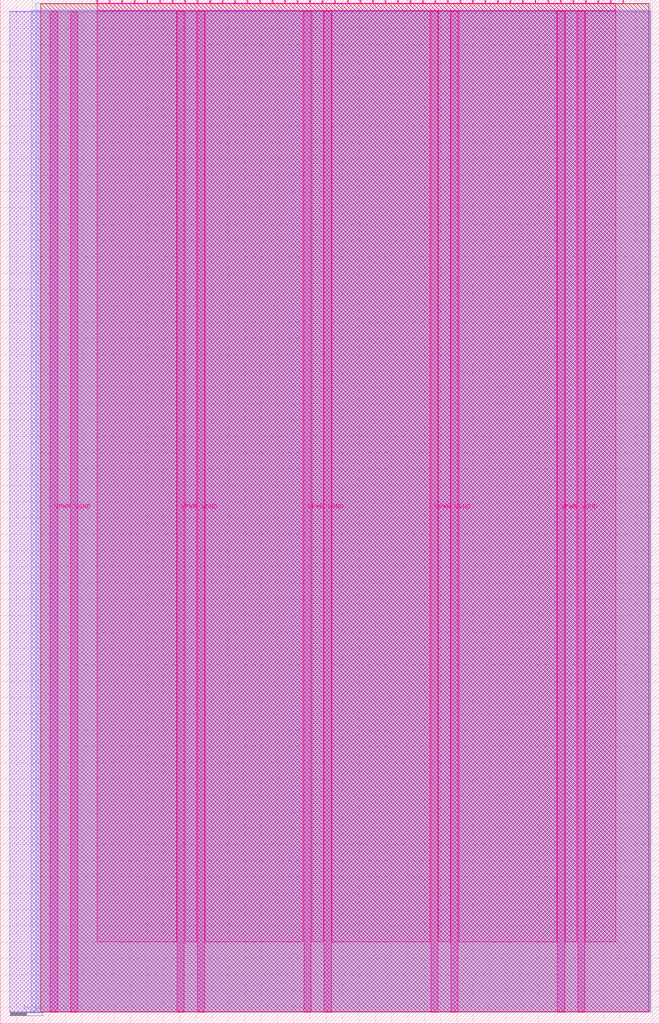
<source format=lef>
VERSION 5.7 ;
  NOWIREEXTENSIONATPIN ON ;
  DIVIDERCHAR "/" ;
  BUSBITCHARS "[]" ;
MACRO tt_um_strau0106_simple_viii
  CLASS BLOCK ;
  FOREIGN tt_um_strau0106_simple_viii ;
  ORIGIN 0.000 0.000 ;
  SIZE 202.080 BY 313.740 ;
  PIN VGND
    DIRECTION INOUT ;
    USE GROUND ;
    PORT
      LAYER Metal5 ;
        RECT 21.580 3.560 23.780 310.180 ;
    END
    PORT
      LAYER Metal5 ;
        RECT 60.450 3.560 62.650 310.180 ;
    END
    PORT
      LAYER Metal5 ;
        RECT 99.320 3.560 101.520 310.180 ;
    END
    PORT
      LAYER Metal5 ;
        RECT 138.190 3.560 140.390 310.180 ;
    END
    PORT
      LAYER Metal5 ;
        RECT 177.060 3.560 179.260 310.180 ;
    END
  END VGND
  PIN VPWR
    DIRECTION INOUT ;
    USE POWER ;
    PORT
      LAYER Metal5 ;
        RECT 15.380 3.560 17.580 310.180 ;
    END
    PORT
      LAYER Metal5 ;
        RECT 54.250 3.560 56.450 310.180 ;
    END
    PORT
      LAYER Metal5 ;
        RECT 93.120 3.560 95.320 310.180 ;
    END
    PORT
      LAYER Metal5 ;
        RECT 131.990 3.560 134.190 310.180 ;
    END
    PORT
      LAYER Metal5 ;
        RECT 170.860 3.560 173.060 310.180 ;
    END
  END VPWR
  PIN clk
    DIRECTION INPUT ;
    USE SIGNAL ;
    ANTENNAGATEAREA 0.213200 ;
    PORT
      LAYER Metal5 ;
        RECT 187.050 312.740 187.350 313.740 ;
    END
  END clk
  PIN ena
    DIRECTION INPUT ;
    USE SIGNAL ;
    PORT
      LAYER Metal5 ;
        RECT 190.890 312.740 191.190 313.740 ;
    END
  END ena
  PIN rst_n
    DIRECTION INPUT ;
    USE SIGNAL ;
    ANTENNAGATEAREA 0.741000 ;
    PORT
      LAYER Metal5 ;
        RECT 183.210 312.740 183.510 313.740 ;
    END
  END rst_n
  PIN ui_in[0]
    DIRECTION INPUT ;
    USE SIGNAL ;
    ANTENNAGATEAREA 0.180700 ;
    PORT
      LAYER Metal5 ;
        RECT 179.370 312.740 179.670 313.740 ;
    END
  END ui_in[0]
  PIN ui_in[1]
    DIRECTION INPUT ;
    USE SIGNAL ;
    ANTENNAGATEAREA 0.180700 ;
    PORT
      LAYER Metal5 ;
        RECT 175.530 312.740 175.830 313.740 ;
    END
  END ui_in[1]
  PIN ui_in[2]
    DIRECTION INPUT ;
    USE SIGNAL ;
    ANTENNAGATEAREA 0.180700 ;
    PORT
      LAYER Metal5 ;
        RECT 171.690 312.740 171.990 313.740 ;
    END
  END ui_in[2]
  PIN ui_in[3]
    DIRECTION INPUT ;
    USE SIGNAL ;
    ANTENNAGATEAREA 0.180700 ;
    PORT
      LAYER Metal5 ;
        RECT 167.850 312.740 168.150 313.740 ;
    END
  END ui_in[3]
  PIN ui_in[4]
    DIRECTION INPUT ;
    USE SIGNAL ;
    ANTENNAGATEAREA 0.180700 ;
    PORT
      LAYER Metal5 ;
        RECT 164.010 312.740 164.310 313.740 ;
    END
  END ui_in[4]
  PIN ui_in[5]
    DIRECTION INPUT ;
    USE SIGNAL ;
    ANTENNAGATEAREA 0.180700 ;
    PORT
      LAYER Metal5 ;
        RECT 160.170 312.740 160.470 313.740 ;
    END
  END ui_in[5]
  PIN ui_in[6]
    DIRECTION INPUT ;
    USE SIGNAL ;
    PORT
      LAYER Metal5 ;
        RECT 156.330 312.740 156.630 313.740 ;
    END
  END ui_in[6]
  PIN ui_in[7]
    DIRECTION INPUT ;
    USE SIGNAL ;
    PORT
      LAYER Metal5 ;
        RECT 152.490 312.740 152.790 313.740 ;
    END
  END ui_in[7]
  PIN uio_in[0]
    DIRECTION INPUT ;
    USE SIGNAL ;
    PORT
      LAYER Metal5 ;
        RECT 148.650 312.740 148.950 313.740 ;
    END
  END uio_in[0]
  PIN uio_in[1]
    DIRECTION INPUT ;
    USE SIGNAL ;
    ANTENNAGATEAREA 0.213200 ;
    PORT
      LAYER Metal5 ;
        RECT 144.810 312.740 145.110 313.740 ;
    END
  END uio_in[1]
  PIN uio_in[2]
    DIRECTION INPUT ;
    USE SIGNAL ;
    ANTENNAGATEAREA 0.213200 ;
    PORT
      LAYER Metal5 ;
        RECT 140.970 312.740 141.270 313.740 ;
    END
  END uio_in[2]
  PIN uio_in[3]
    DIRECTION INPUT ;
    USE SIGNAL ;
    PORT
      LAYER Metal5 ;
        RECT 137.130 312.740 137.430 313.740 ;
    END
  END uio_in[3]
  PIN uio_in[4]
    DIRECTION INPUT ;
    USE SIGNAL ;
    ANTENNAGATEAREA 0.180700 ;
    PORT
      LAYER Metal5 ;
        RECT 133.290 312.740 133.590 313.740 ;
    END
  END uio_in[4]
  PIN uio_in[5]
    DIRECTION INPUT ;
    USE SIGNAL ;
    ANTENNAGATEAREA 0.213200 ;
    PORT
      LAYER Metal5 ;
        RECT 129.450 312.740 129.750 313.740 ;
    END
  END uio_in[5]
  PIN uio_in[6]
    DIRECTION INPUT ;
    USE SIGNAL ;
    PORT
      LAYER Metal5 ;
        RECT 125.610 312.740 125.910 313.740 ;
    END
  END uio_in[6]
  PIN uio_in[7]
    DIRECTION INPUT ;
    USE SIGNAL ;
    PORT
      LAYER Metal5 ;
        RECT 121.770 312.740 122.070 313.740 ;
    END
  END uio_in[7]
  PIN uio_oe[0]
    DIRECTION OUTPUT ;
    USE SIGNAL ;
    ANTENNADIFFAREA 0.706800 ;
    PORT
      LAYER Metal5 ;
        RECT 56.490 312.740 56.790 313.740 ;
    END
  END uio_oe[0]
  PIN uio_oe[1]
    DIRECTION OUTPUT ;
    USE SIGNAL ;
    ANTENNADIFFAREA 0.654800 ;
    PORT
      LAYER Metal5 ;
        RECT 52.650 312.740 52.950 313.740 ;
    END
  END uio_oe[1]
  PIN uio_oe[2]
    DIRECTION OUTPUT ;
    USE SIGNAL ;
    ANTENNADIFFAREA 0.654800 ;
    PORT
      LAYER Metal5 ;
        RECT 48.810 312.740 49.110 313.740 ;
    END
  END uio_oe[2]
  PIN uio_oe[3]
    DIRECTION OUTPUT ;
    USE SIGNAL ;
    ANTENNADIFFAREA 0.654800 ;
    PORT
      LAYER Metal5 ;
        RECT 44.970 312.740 45.270 313.740 ;
    END
  END uio_oe[3]
  PIN uio_oe[4]
    DIRECTION OUTPUT ;
    USE SIGNAL ;
    ANTENNADIFFAREA 0.654800 ;
    PORT
      LAYER Metal5 ;
        RECT 41.130 312.740 41.430 313.740 ;
    END
  END uio_oe[4]
  PIN uio_oe[5]
    DIRECTION OUTPUT ;
    USE SIGNAL ;
    ANTENNAGATEAREA 0.542100 ;
    ANTENNADIFFAREA 0.632400 ;
    PORT
      LAYER Metal5 ;
        RECT 37.290 312.740 37.590 313.740 ;
    END
  END uio_oe[5]
  PIN uio_oe[6]
    DIRECTION OUTPUT ;
    USE SIGNAL ;
    ANTENNADIFFAREA 0.706800 ;
    PORT
      LAYER Metal5 ;
        RECT 33.450 312.740 33.750 313.740 ;
    END
  END uio_oe[6]
  PIN uio_oe[7]
    DIRECTION OUTPUT ;
    USE SIGNAL ;
    ANTENNADIFFAREA 0.706800 ;
    PORT
      LAYER Metal5 ;
        RECT 29.610 312.740 29.910 313.740 ;
    END
  END uio_oe[7]
  PIN uio_out[0]
    DIRECTION OUTPUT ;
    USE SIGNAL ;
    ANTENNADIFFAREA 0.706800 ;
    PORT
      LAYER Metal5 ;
        RECT 87.210 312.740 87.510 313.740 ;
    END
  END uio_out[0]
  PIN uio_out[1]
    DIRECTION OUTPUT ;
    USE SIGNAL ;
    ANTENNADIFFAREA 0.988000 ;
    PORT
      LAYER Metal5 ;
        RECT 83.370 312.740 83.670 313.740 ;
    END
  END uio_out[1]
  PIN uio_out[2]
    DIRECTION OUTPUT ;
    USE SIGNAL ;
    ANTENNADIFFAREA 1.124800 ;
    PORT
      LAYER Metal5 ;
        RECT 79.530 312.740 79.830 313.740 ;
    END
  END uio_out[2]
  PIN uio_out[3]
    DIRECTION OUTPUT ;
    USE SIGNAL ;
    ANTENNADIFFAREA 0.706800 ;
    PORT
      LAYER Metal5 ;
        RECT 75.690 312.740 75.990 313.740 ;
    END
  END uio_out[3]
  PIN uio_out[4]
    DIRECTION OUTPUT ;
    USE SIGNAL ;
    ANTENNADIFFAREA 0.677200 ;
    PORT
      LAYER Metal5 ;
        RECT 71.850 312.740 72.150 313.740 ;
    END
  END uio_out[4]
  PIN uio_out[5]
    DIRECTION OUTPUT ;
    USE SIGNAL ;
    ANTENNADIFFAREA 1.135700 ;
    PORT
      LAYER Metal5 ;
        RECT 68.010 312.740 68.310 313.740 ;
    END
  END uio_out[5]
  PIN uio_out[6]
    DIRECTION OUTPUT ;
    USE SIGNAL ;
    ANTENNADIFFAREA 0.706800 ;
    PORT
      LAYER Metal5 ;
        RECT 64.170 312.740 64.470 313.740 ;
    END
  END uio_out[6]
  PIN uio_out[7]
    DIRECTION OUTPUT ;
    USE SIGNAL ;
    ANTENNADIFFAREA 0.299200 ;
    PORT
      LAYER Metal5 ;
        RECT 60.330 312.740 60.630 313.740 ;
    END
  END uio_out[7]
  PIN uo_out[0]
    DIRECTION OUTPUT ;
    USE SIGNAL ;
    ANTENNAGATEAREA 0.322400 ;
    ANTENNADIFFAREA 0.632400 ;
    PORT
      LAYER Metal5 ;
        RECT 117.930 312.740 118.230 313.740 ;
    END
  END uo_out[0]
  PIN uo_out[1]
    DIRECTION OUTPUT ;
    USE SIGNAL ;
    ANTENNAGATEAREA 0.322400 ;
    ANTENNADIFFAREA 0.632400 ;
    PORT
      LAYER Metal5 ;
        RECT 114.090 312.740 114.390 313.740 ;
    END
  END uo_out[1]
  PIN uo_out[2]
    DIRECTION OUTPUT ;
    USE SIGNAL ;
    ANTENNAGATEAREA 1.261000 ;
    ANTENNADIFFAREA 0.632400 ;
    PORT
      LAYER Metal5 ;
        RECT 110.250 312.740 110.550 313.740 ;
    END
  END uo_out[2]
  PIN uo_out[3]
    DIRECTION OUTPUT ;
    USE SIGNAL ;
    ANTENNAGATEAREA 0.109200 ;
    ANTENNADIFFAREA 0.632400 ;
    PORT
      LAYER Metal5 ;
        RECT 106.410 312.740 106.710 313.740 ;
    END
  END uo_out[3]
  PIN uo_out[4]
    DIRECTION OUTPUT ;
    USE SIGNAL ;
    ANTENNAGATEAREA 0.109200 ;
    ANTENNADIFFAREA 0.632400 ;
    PORT
      LAYER Metal5 ;
        RECT 102.570 312.740 102.870 313.740 ;
    END
  END uo_out[4]
  PIN uo_out[5]
    DIRECTION OUTPUT ;
    USE SIGNAL ;
    ANTENNAGATEAREA 0.592800 ;
    ANTENNADIFFAREA 0.632400 ;
    PORT
      LAYER Metal5 ;
        RECT 98.730 312.740 99.030 313.740 ;
    END
  END uo_out[5]
  PIN uo_out[6]
    DIRECTION OUTPUT ;
    USE SIGNAL ;
    ANTENNAGATEAREA 0.564200 ;
    ANTENNADIFFAREA 0.632400 ;
    PORT
      LAYER Metal5 ;
        RECT 94.890 312.740 95.190 313.740 ;
    END
  END uo_out[6]
  PIN uo_out[7]
    DIRECTION OUTPUT ;
    USE SIGNAL ;
    ANTENNAGATEAREA 0.564200 ;
    ANTENNADIFFAREA 0.632400 ;
    PORT
      LAYER Metal5 ;
        RECT 91.050 312.740 91.350 313.740 ;
    END
  END uo_out[7]
  OBS
      LAYER GatPoly ;
        RECT 2.880 3.630 199.200 310.110 ;
      LAYER Metal1 ;
        RECT 2.880 3.560 199.200 310.180 ;
      LAYER Metal2 ;
        RECT 9.455 3.680 199.475 310.480 ;
      LAYER Metal3 ;
        RECT 10.940 3.635 199.300 312.625 ;
      LAYER Metal4 ;
        RECT 12.335 3.680 198.865 312.580 ;
      LAYER Metal5 ;
        RECT 30.120 312.530 33.240 312.740 ;
        RECT 33.960 312.530 37.080 312.740 ;
        RECT 37.800 312.530 40.920 312.740 ;
        RECT 41.640 312.530 44.760 312.740 ;
        RECT 45.480 312.530 48.600 312.740 ;
        RECT 49.320 312.530 52.440 312.740 ;
        RECT 53.160 312.530 56.280 312.740 ;
        RECT 57.000 312.530 60.120 312.740 ;
        RECT 60.840 312.530 63.960 312.740 ;
        RECT 64.680 312.530 67.800 312.740 ;
        RECT 68.520 312.530 71.640 312.740 ;
        RECT 72.360 312.530 75.480 312.740 ;
        RECT 76.200 312.530 79.320 312.740 ;
        RECT 80.040 312.530 83.160 312.740 ;
        RECT 83.880 312.530 87.000 312.740 ;
        RECT 87.720 312.530 90.840 312.740 ;
        RECT 91.560 312.530 94.680 312.740 ;
        RECT 95.400 312.530 98.520 312.740 ;
        RECT 99.240 312.530 102.360 312.740 ;
        RECT 103.080 312.530 106.200 312.740 ;
        RECT 106.920 312.530 110.040 312.740 ;
        RECT 110.760 312.530 113.880 312.740 ;
        RECT 114.600 312.530 117.720 312.740 ;
        RECT 118.440 312.530 121.560 312.740 ;
        RECT 122.280 312.530 125.400 312.740 ;
        RECT 126.120 312.530 129.240 312.740 ;
        RECT 129.960 312.530 133.080 312.740 ;
        RECT 133.800 312.530 136.920 312.740 ;
        RECT 137.640 312.530 140.760 312.740 ;
        RECT 141.480 312.530 144.600 312.740 ;
        RECT 145.320 312.530 148.440 312.740 ;
        RECT 149.160 312.530 152.280 312.740 ;
        RECT 153.000 312.530 156.120 312.740 ;
        RECT 156.840 312.530 159.960 312.740 ;
        RECT 160.680 312.530 163.800 312.740 ;
        RECT 164.520 312.530 167.640 312.740 ;
        RECT 168.360 312.530 171.480 312.740 ;
        RECT 172.200 312.530 175.320 312.740 ;
        RECT 176.040 312.530 179.160 312.740 ;
        RECT 179.880 312.530 183.000 312.740 ;
        RECT 183.720 312.530 186.840 312.740 ;
        RECT 187.560 312.530 188.740 312.740 ;
        RECT 29.660 310.390 188.740 312.530 ;
        RECT 29.660 25.055 54.040 310.390 ;
        RECT 56.660 25.055 60.240 310.390 ;
        RECT 62.860 25.055 92.910 310.390 ;
        RECT 95.530 25.055 99.110 310.390 ;
        RECT 101.730 25.055 131.780 310.390 ;
        RECT 134.400 25.055 137.980 310.390 ;
        RECT 140.600 25.055 170.650 310.390 ;
        RECT 173.270 25.055 176.850 310.390 ;
        RECT 179.470 25.055 188.740 310.390 ;
  END
END tt_um_strau0106_simple_viii
END LIBRARY


</source>
